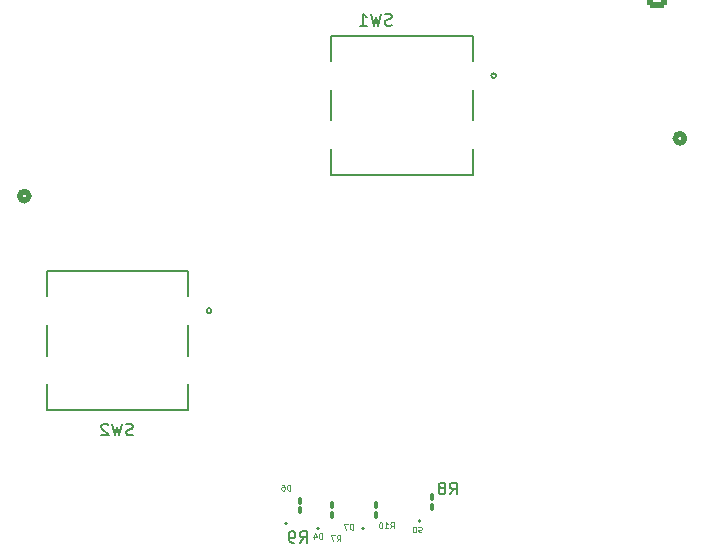
<source format=gbo>
G04 #@! TF.GenerationSoftware,KiCad,Pcbnew,8.0.7*
G04 #@! TF.CreationDate,2025-02-15T14:10:27-06:00*
G04 #@! TF.ProjectId,Rocket,526f636b-6574-42e6-9b69-6361645f7063,rev?*
G04 #@! TF.SameCoordinates,Original*
G04 #@! TF.FileFunction,Legend,Bot*
G04 #@! TF.FilePolarity,Positive*
%FSLAX46Y46*%
G04 Gerber Fmt 4.6, Leading zero omitted, Abs format (unit mm)*
G04 Created by KiCad (PCBNEW 8.0.7) date 2025-02-15 14:10:27*
%MOMM*%
%LPD*%
G01*
G04 APERTURE LIST*
G04 Aperture macros list*
%AMRoundRect*
0 Rectangle with rounded corners*
0 $1 Rounding radius*
0 $2 $3 $4 $5 $6 $7 $8 $9 X,Y pos of 4 corners*
0 Add a 4 corners polygon primitive as box body*
4,1,4,$2,$3,$4,$5,$6,$7,$8,$9,$2,$3,0*
0 Add four circle primitives for the rounded corners*
1,1,$1+$1,$2,$3*
1,1,$1+$1,$4,$5*
1,1,$1+$1,$6,$7*
1,1,$1+$1,$8,$9*
0 Add four rect primitives between the rounded corners*
20,1,$1+$1,$2,$3,$4,$5,0*
20,1,$1+$1,$4,$5,$6,$7,0*
20,1,$1+$1,$6,$7,$8,$9,0*
20,1,$1+$1,$8,$9,$2,$3,0*%
G04 Aperture macros list end*
%ADD10C,0.150000*%
%ADD11C,0.100000*%
%ADD12C,0.152400*%
%ADD13C,0.508000*%
%ADD14R,1.803400X1.803400*%
%ADD15C,1.803400*%
%ADD16RoundRect,0.250000X0.620000X0.845000X-0.620000X0.845000X-0.620000X-0.845000X0.620000X-0.845000X0*%
%ADD17O,1.740000X2.190000*%
%ADD18O,1.700000X1.700000*%
%ADD19R,1.700000X1.700000*%
%ADD20RoundRect,0.100000X-0.100000X0.217500X-0.100000X-0.217500X0.100000X-0.217500X0.100000X0.217500X0*%
%ADD21R,0.558800X0.304800*%
G04 APERTURE END LIST*
D10*
X116933332Y-81507200D02*
X116790475Y-81554819D01*
X116790475Y-81554819D02*
X116552380Y-81554819D01*
X116552380Y-81554819D02*
X116457142Y-81507200D01*
X116457142Y-81507200D02*
X116409523Y-81459580D01*
X116409523Y-81459580D02*
X116361904Y-81364342D01*
X116361904Y-81364342D02*
X116361904Y-81269104D01*
X116361904Y-81269104D02*
X116409523Y-81173866D01*
X116409523Y-81173866D02*
X116457142Y-81126247D01*
X116457142Y-81126247D02*
X116552380Y-81078628D01*
X116552380Y-81078628D02*
X116742856Y-81031009D01*
X116742856Y-81031009D02*
X116838094Y-80983390D01*
X116838094Y-80983390D02*
X116885713Y-80935771D01*
X116885713Y-80935771D02*
X116933332Y-80840533D01*
X116933332Y-80840533D02*
X116933332Y-80745295D01*
X116933332Y-80745295D02*
X116885713Y-80650057D01*
X116885713Y-80650057D02*
X116838094Y-80602438D01*
X116838094Y-80602438D02*
X116742856Y-80554819D01*
X116742856Y-80554819D02*
X116504761Y-80554819D01*
X116504761Y-80554819D02*
X116361904Y-80602438D01*
X116028570Y-80554819D02*
X115790475Y-81554819D01*
X115790475Y-81554819D02*
X115599999Y-80840533D01*
X115599999Y-80840533D02*
X115409523Y-81554819D01*
X115409523Y-81554819D02*
X115171428Y-80554819D01*
X114838094Y-80650057D02*
X114790475Y-80602438D01*
X114790475Y-80602438D02*
X114695237Y-80554819D01*
X114695237Y-80554819D02*
X114457142Y-80554819D01*
X114457142Y-80554819D02*
X114361904Y-80602438D01*
X114361904Y-80602438D02*
X114314285Y-80650057D01*
X114314285Y-80650057D02*
X114266666Y-80745295D01*
X114266666Y-80745295D02*
X114266666Y-80840533D01*
X114266666Y-80840533D02*
X114314285Y-80983390D01*
X114314285Y-80983390D02*
X114885713Y-81554819D01*
X114885713Y-81554819D02*
X114266666Y-81554819D01*
X138833332Y-46807200D02*
X138690475Y-46854819D01*
X138690475Y-46854819D02*
X138452380Y-46854819D01*
X138452380Y-46854819D02*
X138357142Y-46807200D01*
X138357142Y-46807200D02*
X138309523Y-46759580D01*
X138309523Y-46759580D02*
X138261904Y-46664342D01*
X138261904Y-46664342D02*
X138261904Y-46569104D01*
X138261904Y-46569104D02*
X138309523Y-46473866D01*
X138309523Y-46473866D02*
X138357142Y-46426247D01*
X138357142Y-46426247D02*
X138452380Y-46378628D01*
X138452380Y-46378628D02*
X138642856Y-46331009D01*
X138642856Y-46331009D02*
X138738094Y-46283390D01*
X138738094Y-46283390D02*
X138785713Y-46235771D01*
X138785713Y-46235771D02*
X138833332Y-46140533D01*
X138833332Y-46140533D02*
X138833332Y-46045295D01*
X138833332Y-46045295D02*
X138785713Y-45950057D01*
X138785713Y-45950057D02*
X138738094Y-45902438D01*
X138738094Y-45902438D02*
X138642856Y-45854819D01*
X138642856Y-45854819D02*
X138404761Y-45854819D01*
X138404761Y-45854819D02*
X138261904Y-45902438D01*
X137928570Y-45854819D02*
X137690475Y-46854819D01*
X137690475Y-46854819D02*
X137499999Y-46140533D01*
X137499999Y-46140533D02*
X137309523Y-46854819D01*
X137309523Y-46854819D02*
X137071428Y-45854819D01*
X136166666Y-46854819D02*
X136738094Y-46854819D01*
X136452380Y-46854819D02*
X136452380Y-45854819D01*
X136452380Y-45854819D02*
X136547618Y-45997676D01*
X136547618Y-45997676D02*
X136642856Y-46092914D01*
X136642856Y-46092914D02*
X136738094Y-46140533D01*
D11*
X134183333Y-90526109D02*
X134349999Y-90288014D01*
X134469047Y-90526109D02*
X134469047Y-90026109D01*
X134469047Y-90026109D02*
X134278571Y-90026109D01*
X134278571Y-90026109D02*
X134230952Y-90049919D01*
X134230952Y-90049919D02*
X134207142Y-90073728D01*
X134207142Y-90073728D02*
X134183333Y-90121347D01*
X134183333Y-90121347D02*
X134183333Y-90192776D01*
X134183333Y-90192776D02*
X134207142Y-90240395D01*
X134207142Y-90240395D02*
X134230952Y-90264204D01*
X134230952Y-90264204D02*
X134278571Y-90288014D01*
X134278571Y-90288014D02*
X134469047Y-90288014D01*
X134016666Y-90026109D02*
X133683333Y-90026109D01*
X133683333Y-90026109D02*
X133897618Y-90526109D01*
X140630952Y-89273890D02*
X140630952Y-89773890D01*
X140630952Y-89773890D02*
X140750000Y-89773890D01*
X140750000Y-89773890D02*
X140821428Y-89750080D01*
X140821428Y-89750080D02*
X140869047Y-89702461D01*
X140869047Y-89702461D02*
X140892857Y-89654842D01*
X140892857Y-89654842D02*
X140916666Y-89559604D01*
X140916666Y-89559604D02*
X140916666Y-89488176D01*
X140916666Y-89488176D02*
X140892857Y-89392938D01*
X140892857Y-89392938D02*
X140869047Y-89345319D01*
X140869047Y-89345319D02*
X140821428Y-89297700D01*
X140821428Y-89297700D02*
X140750000Y-89273890D01*
X140750000Y-89273890D02*
X140630952Y-89273890D01*
X141369047Y-89773890D02*
X141130952Y-89773890D01*
X141130952Y-89773890D02*
X141107143Y-89535795D01*
X141107143Y-89535795D02*
X141130952Y-89559604D01*
X141130952Y-89559604D02*
X141178571Y-89583414D01*
X141178571Y-89583414D02*
X141297619Y-89583414D01*
X141297619Y-89583414D02*
X141345238Y-89559604D01*
X141345238Y-89559604D02*
X141369047Y-89535795D01*
X141369047Y-89535795D02*
X141392857Y-89488176D01*
X141392857Y-89488176D02*
X141392857Y-89369128D01*
X141392857Y-89369128D02*
X141369047Y-89321509D01*
X141369047Y-89321509D02*
X141345238Y-89297700D01*
X141345238Y-89297700D02*
X141297619Y-89273890D01*
X141297619Y-89273890D02*
X141178571Y-89273890D01*
X141178571Y-89273890D02*
X141130952Y-89297700D01*
X141130952Y-89297700D02*
X141107143Y-89321509D01*
X138721428Y-89426109D02*
X138888094Y-89188014D01*
X139007142Y-89426109D02*
X139007142Y-88926109D01*
X139007142Y-88926109D02*
X138816666Y-88926109D01*
X138816666Y-88926109D02*
X138769047Y-88949919D01*
X138769047Y-88949919D02*
X138745237Y-88973728D01*
X138745237Y-88973728D02*
X138721428Y-89021347D01*
X138721428Y-89021347D02*
X138721428Y-89092776D01*
X138721428Y-89092776D02*
X138745237Y-89140395D01*
X138745237Y-89140395D02*
X138769047Y-89164204D01*
X138769047Y-89164204D02*
X138816666Y-89188014D01*
X138816666Y-89188014D02*
X139007142Y-89188014D01*
X138245237Y-89426109D02*
X138530951Y-89426109D01*
X138388094Y-89426109D02*
X138388094Y-88926109D01*
X138388094Y-88926109D02*
X138435713Y-88997538D01*
X138435713Y-88997538D02*
X138483332Y-89045157D01*
X138483332Y-89045157D02*
X138530951Y-89068966D01*
X137935714Y-88926109D02*
X137888095Y-88926109D01*
X137888095Y-88926109D02*
X137840476Y-88949919D01*
X137840476Y-88949919D02*
X137816666Y-88973728D01*
X137816666Y-88973728D02*
X137792857Y-89021347D01*
X137792857Y-89021347D02*
X137769047Y-89116585D01*
X137769047Y-89116585D02*
X137769047Y-89235633D01*
X137769047Y-89235633D02*
X137792857Y-89330871D01*
X137792857Y-89330871D02*
X137816666Y-89378490D01*
X137816666Y-89378490D02*
X137840476Y-89402300D01*
X137840476Y-89402300D02*
X137888095Y-89426109D01*
X137888095Y-89426109D02*
X137935714Y-89426109D01*
X137935714Y-89426109D02*
X137983333Y-89402300D01*
X137983333Y-89402300D02*
X138007142Y-89378490D01*
X138007142Y-89378490D02*
X138030952Y-89330871D01*
X138030952Y-89330871D02*
X138054761Y-89235633D01*
X138054761Y-89235633D02*
X138054761Y-89116585D01*
X138054761Y-89116585D02*
X138030952Y-89021347D01*
X138030952Y-89021347D02*
X138007142Y-88973728D01*
X138007142Y-88973728D02*
X137983333Y-88949919D01*
X137983333Y-88949919D02*
X137935714Y-88926109D01*
X135569047Y-89526109D02*
X135569047Y-89026109D01*
X135569047Y-89026109D02*
X135449999Y-89026109D01*
X135449999Y-89026109D02*
X135378571Y-89049919D01*
X135378571Y-89049919D02*
X135330952Y-89097538D01*
X135330952Y-89097538D02*
X135307142Y-89145157D01*
X135307142Y-89145157D02*
X135283333Y-89240395D01*
X135283333Y-89240395D02*
X135283333Y-89311823D01*
X135283333Y-89311823D02*
X135307142Y-89407061D01*
X135307142Y-89407061D02*
X135330952Y-89454680D01*
X135330952Y-89454680D02*
X135378571Y-89502300D01*
X135378571Y-89502300D02*
X135449999Y-89526109D01*
X135449999Y-89526109D02*
X135569047Y-89526109D01*
X135116666Y-89026109D02*
X134783333Y-89026109D01*
X134783333Y-89026109D02*
X134997618Y-89526109D01*
D10*
X143766666Y-86554819D02*
X144099999Y-86078628D01*
X144338094Y-86554819D02*
X144338094Y-85554819D01*
X144338094Y-85554819D02*
X143957142Y-85554819D01*
X143957142Y-85554819D02*
X143861904Y-85602438D01*
X143861904Y-85602438D02*
X143814285Y-85650057D01*
X143814285Y-85650057D02*
X143766666Y-85745295D01*
X143766666Y-85745295D02*
X143766666Y-85888152D01*
X143766666Y-85888152D02*
X143814285Y-85983390D01*
X143814285Y-85983390D02*
X143861904Y-86031009D01*
X143861904Y-86031009D02*
X143957142Y-86078628D01*
X143957142Y-86078628D02*
X144338094Y-86078628D01*
X143195237Y-85983390D02*
X143290475Y-85935771D01*
X143290475Y-85935771D02*
X143338094Y-85888152D01*
X143338094Y-85888152D02*
X143385713Y-85792914D01*
X143385713Y-85792914D02*
X143385713Y-85745295D01*
X143385713Y-85745295D02*
X143338094Y-85650057D01*
X143338094Y-85650057D02*
X143290475Y-85602438D01*
X143290475Y-85602438D02*
X143195237Y-85554819D01*
X143195237Y-85554819D02*
X143004761Y-85554819D01*
X143004761Y-85554819D02*
X142909523Y-85602438D01*
X142909523Y-85602438D02*
X142861904Y-85650057D01*
X142861904Y-85650057D02*
X142814285Y-85745295D01*
X142814285Y-85745295D02*
X142814285Y-85792914D01*
X142814285Y-85792914D02*
X142861904Y-85888152D01*
X142861904Y-85888152D02*
X142909523Y-85935771D01*
X142909523Y-85935771D02*
X143004761Y-85983390D01*
X143004761Y-85983390D02*
X143195237Y-85983390D01*
X143195237Y-85983390D02*
X143290475Y-86031009D01*
X143290475Y-86031009D02*
X143338094Y-86078628D01*
X143338094Y-86078628D02*
X143385713Y-86173866D01*
X143385713Y-86173866D02*
X143385713Y-86364342D01*
X143385713Y-86364342D02*
X143338094Y-86459580D01*
X143338094Y-86459580D02*
X143290475Y-86507200D01*
X143290475Y-86507200D02*
X143195237Y-86554819D01*
X143195237Y-86554819D02*
X143004761Y-86554819D01*
X143004761Y-86554819D02*
X142909523Y-86507200D01*
X142909523Y-86507200D02*
X142861904Y-86459580D01*
X142861904Y-86459580D02*
X142814285Y-86364342D01*
X142814285Y-86364342D02*
X142814285Y-86173866D01*
X142814285Y-86173866D02*
X142861904Y-86078628D01*
X142861904Y-86078628D02*
X142909523Y-86031009D01*
X142909523Y-86031009D02*
X143004761Y-85983390D01*
D11*
X132969047Y-90326109D02*
X132969047Y-89826109D01*
X132969047Y-89826109D02*
X132849999Y-89826109D01*
X132849999Y-89826109D02*
X132778571Y-89849919D01*
X132778571Y-89849919D02*
X132730952Y-89897538D01*
X132730952Y-89897538D02*
X132707142Y-89945157D01*
X132707142Y-89945157D02*
X132683333Y-90040395D01*
X132683333Y-90040395D02*
X132683333Y-90111823D01*
X132683333Y-90111823D02*
X132707142Y-90207061D01*
X132707142Y-90207061D02*
X132730952Y-90254680D01*
X132730952Y-90254680D02*
X132778571Y-90302300D01*
X132778571Y-90302300D02*
X132849999Y-90326109D01*
X132849999Y-90326109D02*
X132969047Y-90326109D01*
X132254761Y-89992776D02*
X132254761Y-90326109D01*
X132373809Y-89802300D02*
X132492856Y-90159442D01*
X132492856Y-90159442D02*
X132183333Y-90159442D01*
X130269047Y-86226109D02*
X130269047Y-85726109D01*
X130269047Y-85726109D02*
X130149999Y-85726109D01*
X130149999Y-85726109D02*
X130078571Y-85749919D01*
X130078571Y-85749919D02*
X130030952Y-85797538D01*
X130030952Y-85797538D02*
X130007142Y-85845157D01*
X130007142Y-85845157D02*
X129983333Y-85940395D01*
X129983333Y-85940395D02*
X129983333Y-86011823D01*
X129983333Y-86011823D02*
X130007142Y-86107061D01*
X130007142Y-86107061D02*
X130030952Y-86154680D01*
X130030952Y-86154680D02*
X130078571Y-86202300D01*
X130078571Y-86202300D02*
X130149999Y-86226109D01*
X130149999Y-86226109D02*
X130269047Y-86226109D01*
X129554761Y-85726109D02*
X129649999Y-85726109D01*
X129649999Y-85726109D02*
X129697618Y-85749919D01*
X129697618Y-85749919D02*
X129721428Y-85773728D01*
X129721428Y-85773728D02*
X129769047Y-85845157D01*
X129769047Y-85845157D02*
X129792856Y-85940395D01*
X129792856Y-85940395D02*
X129792856Y-86130871D01*
X129792856Y-86130871D02*
X129769047Y-86178490D01*
X129769047Y-86178490D02*
X129745237Y-86202300D01*
X129745237Y-86202300D02*
X129697618Y-86226109D01*
X129697618Y-86226109D02*
X129602380Y-86226109D01*
X129602380Y-86226109D02*
X129554761Y-86202300D01*
X129554761Y-86202300D02*
X129530952Y-86178490D01*
X129530952Y-86178490D02*
X129507142Y-86130871D01*
X129507142Y-86130871D02*
X129507142Y-86011823D01*
X129507142Y-86011823D02*
X129530952Y-85964204D01*
X129530952Y-85964204D02*
X129554761Y-85940395D01*
X129554761Y-85940395D02*
X129602380Y-85916585D01*
X129602380Y-85916585D02*
X129697618Y-85916585D01*
X129697618Y-85916585D02*
X129745237Y-85940395D01*
X129745237Y-85940395D02*
X129769047Y-85964204D01*
X129769047Y-85964204D02*
X129792856Y-86011823D01*
D10*
X131066666Y-90654819D02*
X131399999Y-90178628D01*
X131638094Y-90654819D02*
X131638094Y-89654819D01*
X131638094Y-89654819D02*
X131257142Y-89654819D01*
X131257142Y-89654819D02*
X131161904Y-89702438D01*
X131161904Y-89702438D02*
X131114285Y-89750057D01*
X131114285Y-89750057D02*
X131066666Y-89845295D01*
X131066666Y-89845295D02*
X131066666Y-89988152D01*
X131066666Y-89988152D02*
X131114285Y-90083390D01*
X131114285Y-90083390D02*
X131161904Y-90131009D01*
X131161904Y-90131009D02*
X131257142Y-90178628D01*
X131257142Y-90178628D02*
X131638094Y-90178628D01*
X130590475Y-90654819D02*
X130399999Y-90654819D01*
X130399999Y-90654819D02*
X130304761Y-90607200D01*
X130304761Y-90607200D02*
X130257142Y-90559580D01*
X130257142Y-90559580D02*
X130161904Y-90416723D01*
X130161904Y-90416723D02*
X130114285Y-90226247D01*
X130114285Y-90226247D02*
X130114285Y-89845295D01*
X130114285Y-89845295D02*
X130161904Y-89750057D01*
X130161904Y-89750057D02*
X130209523Y-89702438D01*
X130209523Y-89702438D02*
X130304761Y-89654819D01*
X130304761Y-89654819D02*
X130495237Y-89654819D01*
X130495237Y-89654819D02*
X130590475Y-89702438D01*
X130590475Y-89702438D02*
X130638094Y-89750057D01*
X130638094Y-89750057D02*
X130685713Y-89845295D01*
X130685713Y-89845295D02*
X130685713Y-90083390D01*
X130685713Y-90083390D02*
X130638094Y-90178628D01*
X130638094Y-90178628D02*
X130590475Y-90226247D01*
X130590475Y-90226247D02*
X130495237Y-90273866D01*
X130495237Y-90273866D02*
X130304761Y-90273866D01*
X130304761Y-90273866D02*
X130209523Y-90226247D01*
X130209523Y-90226247D02*
X130161904Y-90178628D01*
X130161904Y-90178628D02*
X130114285Y-90083390D01*
D12*
X109639700Y-79380100D02*
X121603100Y-79380100D01*
X109639700Y-77204931D02*
X109639700Y-79380100D01*
X121603100Y-67619900D02*
X109639700Y-67619900D01*
X121603100Y-69765560D02*
X121603100Y-67619900D01*
X121603100Y-74795070D02*
X121603100Y-72234440D01*
X121603100Y-79380100D02*
X121603100Y-77204931D01*
X109639700Y-72204930D02*
X109639700Y-74795070D01*
X109639700Y-67619900D02*
X109639700Y-69795070D01*
X123584300Y-71000000D02*
G75*
G02*
X123177900Y-71000000I-203200J0D01*
G01*
X123177900Y-71000000D02*
G75*
G02*
X123584300Y-71000000I203200J0D01*
G01*
X133739700Y-59480100D02*
X145703100Y-59480100D01*
X133739700Y-57304931D02*
X133739700Y-59480100D01*
X145703100Y-47719900D02*
X133739700Y-47719900D01*
X145703100Y-49865560D02*
X145703100Y-47719900D01*
X145703100Y-54895070D02*
X145703100Y-52334440D01*
X145703100Y-59480100D02*
X145703100Y-57304931D01*
X133739700Y-52304930D02*
X133739700Y-54895070D01*
X133739700Y-47719900D02*
X133739700Y-49895070D01*
X147684300Y-51100000D02*
G75*
G02*
X147277900Y-51100000I-203200J0D01*
G01*
X147277900Y-51100000D02*
G75*
G02*
X147684300Y-51100000I203200J0D01*
G01*
D13*
X108119000Y-61300000D02*
G75*
G02*
X107357000Y-61300000I-381000J0D01*
G01*
X107357000Y-61300000D02*
G75*
G02*
X108119000Y-61300000I381000J0D01*
G01*
X163631100Y-56407250D02*
G75*
G02*
X162869100Y-56407250I-381000J0D01*
G01*
X162869100Y-56407250D02*
G75*
G02*
X163631100Y-56407250I381000J0D01*
G01*
D12*
X141276200Y-88825600D02*
G75*
G02*
X141123800Y-88825600I-76200J0D01*
G01*
X141123800Y-88825600D02*
G75*
G02*
X141276200Y-88825600I76200J0D01*
G01*
X136476200Y-89425600D02*
G75*
G02*
X136323800Y-89425600I-76200J0D01*
G01*
X136323800Y-89425600D02*
G75*
G02*
X136476200Y-89425600I76200J0D01*
G01*
X132676200Y-89425600D02*
G75*
G02*
X132523800Y-89425600I-76200J0D01*
G01*
X132523800Y-89425600D02*
G75*
G02*
X132676200Y-89425600I76200J0D01*
G01*
X129976200Y-89025600D02*
G75*
G02*
X129823800Y-89025600I-76200J0D01*
G01*
X129823800Y-89025600D02*
G75*
G02*
X129976200Y-89025600I76200J0D01*
G01*
%LPC*%
D14*
X121871400Y-71000000D03*
D15*
X121871400Y-76000000D03*
X109371400Y-76000000D03*
X109371400Y-71000000D03*
D14*
X145971400Y-51100000D03*
D15*
X145971400Y-56100000D03*
X133471400Y-56100000D03*
X133471400Y-51100000D03*
D16*
X161320000Y-44300000D03*
D17*
X158780000Y-44300000D03*
X156240000Y-44300000D03*
X153700000Y-44300000D03*
X151160000Y-44300000D03*
D18*
X106475000Y-81980000D03*
X106475000Y-84520000D03*
X106475000Y-87060000D03*
D19*
X106475000Y-89600000D03*
X147180000Y-44400000D03*
D18*
X144640000Y-44400000D03*
X142100000Y-44400000D03*
X139560000Y-44400000D03*
X137020000Y-44400000D03*
X134480000Y-44400000D03*
X131940000Y-44400000D03*
X129400000Y-44400000D03*
D19*
X123040000Y-44100000D03*
D18*
X120500000Y-44100000D03*
X117960000Y-44100000D03*
X115420000Y-44100000D03*
D15*
X111000000Y-61300000D03*
X116000000Y-61300000D03*
D19*
X160300000Y-91660000D03*
D18*
X160300000Y-89120000D03*
X160300000Y-86580000D03*
X160300000Y-84040000D03*
X160300000Y-81500000D03*
X160300000Y-78960000D03*
X160300000Y-76420000D03*
D19*
X109620000Y-93200000D03*
D18*
X112160000Y-93200000D03*
X114700000Y-93200000D03*
X117240000Y-93200000D03*
D20*
X133800000Y-87492500D03*
X133800000Y-88307500D03*
D21*
X141200000Y-87517500D03*
X141200000Y-86882500D03*
D20*
X137500000Y-87492500D03*
X137500000Y-88307500D03*
D21*
X136400000Y-88117500D03*
X136400000Y-87482500D03*
D20*
X142300000Y-86792500D03*
X142300000Y-87607500D03*
D21*
X132600000Y-88117500D03*
X132600000Y-87482500D03*
X129900000Y-87717500D03*
X129900000Y-87082500D03*
D20*
X131100000Y-87092500D03*
X131100000Y-87907500D03*
%LPD*%
M02*

</source>
